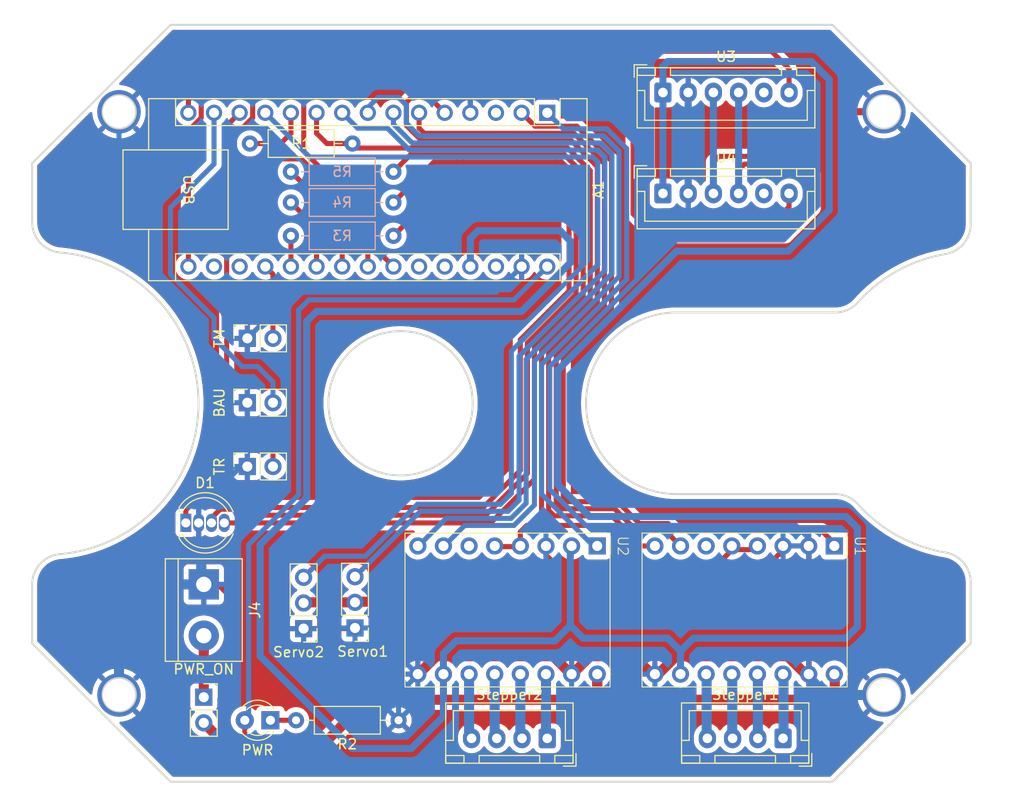
<source format=kicad_pcb>
(kicad_pcb (version 20241229) (generator "pcbnew") (generator_version "9.0")
  (title_block (title "Board_PAMI") (date "23/03/2025") (rev "V2"))
  (layers (0 "F.Cu" signal) (2 "B.Cu" signal) (13 "F.Paste" user) (15 "B.Paste" user) (5 "F.SilkS" user "F.Silkscreen") (7 "B.SilkS" user "B.Silkscreen") (1 "F.Mask" user) (3 "B.Mask" user) (25 "Edge.Cuts" user))
  (net 0 "")
  (net 1 "EN_STP_2")
  (net 2 "DIR_2")
  (net 4 "STEP_2")
  (net 5 "VCC")
  (net 6 "PWM_SERVO_2")
  (net 7 "Net-(A1-D8)")
  (net 8 "PWM_SERVO_1")
  (net 9 "SDA")
  (net 11 "SW_TR")
  (net 12 "STEP_1")
  (net 13 "LED_G")
  (net 14 "UART_RX")
  (net 16 "LED_B")
  (net 17 "VM")
  (net 18 "GND")
  (net 21 "LED_R")
  (net 22 "DIR_1")
  (net 23 "EN_STP_1")
  (net 24 "XSHUT_1")
  (net 25 "XSHUT_2")
  (net 26 "SCL")
  (net 27 "SW_TM")
  (net 28 "SW_BAU")
  (net 30 "Net-(D1-BA)")
  (net 31 "Net-(D1-GA)")
  (net 32 "Net-(D1-RA)")
  (net 33 "Net-(D2-K)")
  (net 34 "Net-(J1-Pin_3)")
  (net 35 "Net-(J1-Pin_4)")
  (net 36 "Net-(J1-Pin_1)")
  (net 37 "Net-(J1-Pin_2)")
  (net 38 "Net-(J2-Pin_1)")
  (net 39 "Net-(J2-Pin_3)")
  (net 40 "Net-(J2-Pin_2)")
  (net 41 "Net-(J2-Pin_4)")
  (net 42 "/6V")
  (footprint "Connector_JST:JST_XH_B6B-XH-A_1x06_P2.50mm_Vertical" (layer "F.Cu") (at 172.5 62)
    (property "Reference" "U3")
    (property "Value" "VL53L0XV2")
  )
  (footprint "Connector_PinSocket_2.54mm:PinSocket_1x02_P2.54mm_Vertical" (layer "F.Cu") (at 131.318 92.738 90)
    (property "Reference" "BAU")
    (property "Value" "SW_BAU")
  )
  (footprint "TerminalBlock:TerminalBlock_bornier-2_P5.08mm" (layer "F.Cu") (at 127 110.744 -90)
    (property "Reference" "J4")
    (property "Value" "ALIM")
  )
  (footprint "Connector_PinSocket_2.54mm:PinSocket_1x02_P2.54mm_Vertical" (layer "F.Cu") (at 127 121.92)
    (property "Reference" "PWR_ON")
    (property "Value" "PW_ON")
  )
  (footprint "Connector_PinSocket_2.54mm:PinSocket_1x02_P2.54mm_Vertical" (layer "F.Cu") (at 131.318 86.36 90)
    (property "Reference" "TM")
    (property "Value" "SW_TEAM")
  )
  (footprint "TMC2209:TMC2209" (layer "F.Cu") (at 189.484 106.934 -90)
    (property "Reference" "U1")
    (property "Value" "TMC2209")
  )
  (footprint "LED_RGB_5mm:LED_D5.0mm-4_RGB_HOME" (layer "F.Cu") (at 125.222 104.648)
    (property "Reference" "D1")
    (property "Value" "LED_BGKR")
  )
  (footprint "Connector_JST:JST_XH_B4B-XH-A_1x04_P2.50mm_Vertical" (layer "F.Cu") (at 161.036 126 180)
    (property "Reference" "Stepper2")
    (property "Value" "STEPPER_2")
  )
  (footprint "Resistor_THT:R_Axial_DIN0207_L6.3mm_D2.5mm_P10.16mm_Horizontal" (layer "F.Cu") (at 141.732 67.056 180)
    (property "Reference" "R1")
    (property "Value" "1K")
  )
  (footprint "LED_THT:LED_D3.0mm" (layer "F.Cu") (at 133.604 124.206 180)
    (property "Reference" "PWR")
    (property "Value" "LED_PWR")
  )
  (footprint "Connector_JST:JST_XH_B4B-XH-A_1x04_P2.50mm_Vertical" (layer "F.Cu") (at 184.404 126 180)
    (property "Reference" "Stepper1")
    (property "Value" "STEPPER_1")
  )
  (footprint "TMC2209:TMC2209" (layer "F.Cu") (at 165.99 106.934 -90)
    (property "Reference" "U2")
    (property "Value" "TMC2209")
  )
  (footprint "Connector_PinHeader_2.54mm:PinHeader_1x03_P2.54mm_Vertical" (layer "F.Cu") (at 141.986 115.062 180)
    (property "Reference" "Servo1")
    (property "Value" "SERVO_1")
  )
  (footprint "hole_custompretty:MountingHole_3.2mm_M3_DIN965_Pad_home" (layer "F.Cu") (at 118.6 63.91)
    (property "Reference" "H1" (hide yes))
    (property "Value" "MountingHole_Pad")
  )
  (footprint "hole_custompretty:MountingHole_3.2mm_M3_DIN965_Pad_home" (layer "F.Cu") (at 194.4 121.7)
    (property "Reference" "H3" (hide yes))
    (property "Value" "MountingHole_Pad")
  )
  (footprint "Connector_PinHeader_2.54mm:PinHeader_1x03_P2.54mm_Vertical" (layer "F.Cu") (at 136.892 115.124 180)
    (property "Reference" "Servo2")
    (property "Value" "SERVO_2")
  )
  (footprint "Connector_PinSocket_2.54mm:PinSocket_1x02_P2.54mm_Vertical" (layer "F.Cu") (at 131.318 99.06 90)
    (property "Reference" "TR")
    (property "Value" "SW_TIRETTE")
  )
  (footprint "Resistor_THT:R_Axial_DIN0207_L6.3mm_D2.5mm_P10.16mm_Horizontal" (layer "F.Cu") (at 146.304 124.206 180)
    (property "Reference" "R2")
    (property "Value" "220R")
  )
  (footprint "hole_custompretty:MountingHole_3.2mm_M3_DIN965_Pad_home" (layer "F.Cu") (at 118.6 121.7)
    (property "Reference" "H2" (hide yes))
    (property "Value" "MountingHole_Pad")
  )
  (footprint "Connector_JST:JST_XH_B6B-XH-A_1x06_P2.50mm_Vertical" (layer "F.Cu") (at 172.5 72)
    (property "Reference" "U4")
    (property "Value" "VL53L0XV2")
  )
  (footprint "Module:Arduino_Nano" (layer "F.Cu") (at 161.036 64.008 -90)
    (property "Reference" "A1")
    (property "Value" "Arduino_Nano_v3.x")
  )
  (footprint "hole_custompretty:MountingHole_3.2mm_M3_DIN965_Pad_home" (layer "F.Cu") (at 194.4 63.9)
    (property "Reference" "H4" (hide yes))
    (property "Value" "MountingHole_Pad")
  )
  (footprint "Resistor_THT:R_Axial_DIN0207_L6.3mm_D2.5mm_P10.16mm_Horizontal" (layer "B.Cu") (at 145.796 72.898 180)
    (property "Reference" "R4")
    (property "Value" "220R")
  )
  (footprint "Resistor_THT:R_Axial_DIN0207_L6.3mm_D2.5mm_P10.16mm_Horizontal" (layer "B.Cu") (at 145.796 76.2 180)
    (property "Reference" "R3")
    (property "Value" "220R")
  )
  (footprint "Resistor_THT:R_Axial_DIN0207_L6.3mm_D2.5mm_P10.16mm_Horizontal" (layer "B.Cu") (at 145.796 69.85 180)
    (property "Reference" "R5")
    (property "Value" "220R")
  )
  (gr_line (start 123.705382 55.294618) (end 110 69) (stroke (width 0.2)) (layer "Edge.Cuts"))
  (gr_arc (start 112.746528 77.848254) (mid 110.790881 76.888708) (end 110 74.85898) (stroke (width 0.2)) (layer "Edge.Cuts"))
  (gr_line (start 110 110.730256) (end 110 116.589236) (stroke (width 0.2)) (layer "Edge.Cuts"))
  (gr_arc (start 200.5 107.584817) (mid 195.752626 105.927613) (end 191.819659 102.794617) (stroke (width 0.2)) (layer "Edge.Cuts"))
  (gr_circle (center 194.379542 121.67416) (end 196.029542 121.67416) (stroke (width 0.2)) (fill no) (layer "Edge.Cuts"))
  (gr_circle (center 118.620458 63.915076) (end 120.270458 63.915076) (stroke (width 0.2)) (fill no) (layer "Edge.Cuts"))
  (gr_line (start 110 69) (end 110 74.85898) (stroke (width 0.2)) (layer "Edge.Cuts"))
  (gr_circle (center 118.620458 121.67416) (end 120.270458 121.67416) (stroke (width 0.2)) (fill no) (layer "Edge.Cuts"))
  (gr_line (start 189.294618 55.294618) (end 123.705382 55.294618) (stroke (width 0.2)) (layer "Edge.Cuts"))
  (gr_circle (center 194.379542 63.915076) (end 196.029542 63.915076) (stroke (width 0.2)) (fill no) (layer "Edge.Cuts"))
  (gr_circle (center 146.5 92.794618) (end 153.65 92.794618) (stroke (width 0.2)) (fill no) (layer "Edge.Cuts"))
  (gr_line (start 123.705382 130.294618) (end 189.294618 130.294618) (stroke (width 0.2)) (layer "Edge.Cuts"))
  (gr_line (start 203 116.589236) (end 203 110.542857) (stroke (width 0.2)) (layer "Edge.Cuts"))
  (gr_arc (start 189.5836 101.794616) (mid 190.808338 102.056) (end 191.819659 102.794617) (stroke (width 0.2)) (layer "Edge.Cuts"))
  (gr_arc (start 203 75.046448) (mid 202.291303 76.982892) (end 200.5 78.004419) (stroke (width 0.2)) (layer "Edge.Cuts"))
  (gr_arc (start 191.819661 82.794617) (mid 190.808338 83.533227) (end 189.583594 83.794616) (stroke (width 0.2)) (layer "Edge.Cuts"))
  (gr_line (start 173.880359 83.794618) (end 189.583594 83.794616) (stroke (width 0.2)) (layer "Edge.Cuts"))
  (gr_arc (start 200.5 107.584817) (mid 202.291288 108.606365) (end 203 110.542857) (stroke (width 0.2)) (layer "Edge.Cuts"))
  (gr_arc (start 110 110.730256) (mid 110.790881 108.700528) (end 112.746528 107.740982) (stroke (width 0.2)) (layer "Edge.Cuts"))
  (gr_arc (start 112.746528 77.848254) (mid 126.479169 92.794618) (end 112.746528 107.740982) (stroke (width 0.2)) (layer "Edge.Cuts"))
  (gr_line (start 189.294618 130.294618) (end 203 116.589236) (stroke (width 0.2)) (layer "Edge.Cuts"))
  (gr_line (start 203 75.046448) (end 203 69) (stroke (width 0.2)) (layer "Edge.Cuts"))
  (gr_line (start 189.5836 101.794616) (end 173.880361 101.794618) (stroke (width 0.2)) (layer "Edge.Cuts"))
  (gr_arc (start 173.880361 101.794618) (mid 164.88036 92.794619) (end 173.880359 83.794618) (stroke (width 0.2)) (layer "Edge.Cuts"))
  (gr_line (start 203 69) (end 189.294618 55.294618) (stroke (width 0.2)) (layer "Edge.Cuts"))
  (gr_arc (start 191.819661 82.794617) (mid 195.752627 79.661622) (end 200.5 78.004419) (stroke (width 0.2)) (layer "Edge.Cuts"))
  (gr_line (start 110 116.589236) (end 123.705382 130.294618) (stroke (width 0.2)) (layer "Edge.Cuts"))
  (segment (start 162.621 65.593) (end 161.036 64.008) (width 0.5) (layer "B.Cu") (net 1))
  (segment (start 167.005 65.659) (end 166.980364 65.659) (width 0.5) (layer "B.Cu") (net 1))
  (segment (start 165.546 106.872) (end 160.467 101.793) (width 0.5) (layer "B.Cu") (net 1))
  (segment (start 166.914364 65.593) (end 166.333636 65.593) (width 0.5) (layer "B.Cu") (net 1))
  (segment (start 165.862 106.872) (end 165.546 106.872) (width 0.5) (layer "B.Cu") (net 1))
  (segment (start 168.91 80.518) (end 168.91 67.564) (width 0.5) (layer "B.Cu") (net 1))
  (segment (start 166.980364 65.659) (end 166.914364 65.593) (width 0.5) (layer "B.Cu") (net 1))
  (segment (start 160.467 88.961) (end 168.91 80.518) (width 0.5) (layer "B.Cu") (net 1))
  (segment (start 168.91 67.564) (end 167.005 65.659) (width 0.5) (layer "B.Cu") (net 1))
  (segment (start 160.467 101.793) (end 160.467 88.961) (width 0.5) (layer "B.Cu") (net 1))
  (segment (start 166.333636 65.593) (end 162.621 65.593) (width 0.5) (layer "B.Cu") (net 1))
  (segment (start 165.99 107) (end 165.862 106.872) (width 0.5) (layer "B.Cu") (net 1))
  (segment (start 159.065 88.331) (end 158.943 88.453) (width 0.5) (layer "B.Cu") (net 2))
  (segment (start 145.796 64.008) (end 145.796 65.13937) (width 0.5) (layer "B.Cu") (net 2))
  (segment (start 148.045636 66.995) (end 148.626364 66.995) (width 0.5) (layer "B.Cu") (net 2))
  (segment (start 167.447 68.108364) (end 167.447 79.949) (width 0.5) (layer "B.Cu") (net 2))
  (segment (start 145.796 65.13937) (end 147.65163 66.995) (width 0.5) (layer "B.Cu") (net 2))
  (segment (start 159.475636 87.920364) (end 159.065 88.331) (width 0.5) (layer "B.Cu") (net 2))
  (segment (start 167.447 79.949) (end 159.475636 87.920364) (width 0.5) (layer "B.Cu") (net 2))
  (segment (start 157.442456 104.201) (end 153.138364 104.201) (width 0.5) (layer "B.Cu") (net 2))
  (segment (start 148.626364 66.995) (end 166.333636 66.995) (width 0.5) (layer "B.Cu") (net 2))
  (segment (start 158.943 102.700456) (end 157.442456 104.201) (width 0.5) (layer "B.Cu") (net 2))
  (segment (start 151.009 104.201) (end 148.21 107) (width 0.5) (layer "B.Cu") (net 2))
  (segment (start 158.943 88.453) (end 158.943 102.700456) (width 0.5) (layer "B.Cu") (net 2))
  (segment (start 153.138364 104.201) (end 152.557636 104.201) (width 0.5) (layer "B.Cu") (net 2))
  (segment (start 147.65163 66.995) (end 148.045636 66.995) (width 0.5) (layer "B.Cu") (net 2))
  (segment (start 152.557636 104.201) (end 151.009 104.201) (width 0.5) (layer "B.Cu") (net 2))
  (segment (start 166.333636 66.995) (end 167.447 68.108364) (width 0.5) (layer "B.Cu") (net 2))
  (segment (start 146.304 62.484) (end 144.272 62.484) (width 0.5) (layer "B.Cu") (net 4))
  (segment (start 147.066 63.246) (end 146.304 62.484) (width 0.5) (layer "B.Cu") (net 4))
  (segment (start 144.272 62.484) (end 143.256 63.5) (width 0.5) (layer "B.Cu") (net 4))
  (segment (start 147.066 65.024) (end 147.066 63.246) (width 0.5) (layer "B.Cu") (net 4))
  (segment (start 148.336 66.294) (end 147.066 65.024) (width 0.5) (layer "B.Cu") (net 4))
  (segment (start 152.848 104.902) (end 157.734 104.902) (width 0.5) (layer "B.Cu") (net 4))
  (segment (start 157.734 104.902) (end 159.766 102.87) (width 0.5) (layer "B.Cu") (net 4))
  (segment (start 143.256 63.5) (end 143.256 64.008) (width 0.5) (layer "B.Cu") (net 4))
  (segment (start 150.75 107) (end 152.848 104.902) (width 0.5) (layer "B.Cu") (net 4))
  (segment (start 159.766 102.87) (end 159.766 88.621364) (width 0.5) (layer "B.Cu") (net 4))
  (segment (start 166.624 66.294) (end 148.336 66.294) (width 0.5) (layer "B.Cu") (net 4))
  (segment (start 168.148 67.818) (end 166.624 66.294) (width 0.5) (layer "B.Cu") (net 4))
  (segment (start 168.148 80.239364) (end 168.148 67.818) (width 0.5) (layer "B.Cu") (net 4))
  (segment (start 159.766 88.621364) (end 168.148 80.239364) (width 0.5) (layer "B.Cu") (net 4))
  (segment (start 163.322 114.808) (end 161.798 116.332) (width 0.7) (layer "B.Cu") (net 5))
  (segment (start 175.514 116.078) (end 190.627 116.078) (width 0.7) (layer "B.Cu") (net 5))
  (segment (start 132.588 117.856) (end 132.588 106.796786) (width 0.7) (layer "B.Cu") (net 5))
  (segment (start 163.322 107.128) (end 163.322 114.808) (width 0.7) (layer "B.Cu") (net 5))
  (segment (start 163.322 78.867) (end 163.322 76.708) (width 0.7) (layer "B.Cu") (net 5))
  (segment (start 164.592 116.078) (end 172.974 116.078) (width 0.7) (layer "B.Cu") (net 5))
  (segment (start 172.974 116.078) (end 174.244 117.348) (width 0.7) (layer "B.Cu") (net 5))
  (segment (start 137.199 84.67) (end 138.176 83.693) (width 0.7) (layer "B.Cu") (net 5))
  (segment (start 191.77 114.935) (end 191.77 105.156) (width 0.7) (layer "B.Cu") (net 5))
  (segment (start 172.974 58.928) (end 172.466 59.436) (width 0.7) (layer "B.Cu") (net 5))
  (segment (start 172.466 59.436) (end 172.5 59.47) (width 0.7) (layer "B.Cu") (net 5))
  (segment (start 162.306 75.692) (end 154.178 75.692) (width 0.7) (layer "B.Cu") (net 5))
  (segment (start 161.798 116.332) (end 152.019 116.332) (width 0.7) (layer "B.Cu") (net 5))
  (segment (start 161.595603 80.599) (end 162.387 79.807603) (width 0.7) (layer "B.Cu") (net 5))
  (segment (start 190.627 116.078) (end 191.77 114.935) (width 0.7) (layer "B.Cu") (net 5))
  (segment (start 172.5 62) (end 172.5 72) (width 0.7) (layer "B.Cu") (net 5))
  (segment (start 161.59 80.599) (end 161.595603 80.599) (width 0.7) (layer "B.Cu") (net 5))
  (segment (start 187.198 58.928) (end 172.974 58.928) (width 0.7) (layer "B.Cu") (net 5))
  (segment (start 163.322 114.808) (end 164.592 116.078) (width 0.7) (layer "B.Cu") (net 5))
  (segment (start 158.496 83.693) (end 161.59 80.599) (width 0.7) (layer "B.Cu") (net 5))
  (segment (start 173.852786 77.724) (end 184.912 77.724) (width 0.7) (layer "B.Cu") (net 5))
  (segment (start 172.5 59.47) (end 172.5 62) (width 0.7) (layer "B.Cu") (net 5))
  (segment (start 152.019 116.332) (end 150.75 117.601) (width 0.7) (layer "B.Cu") (net 5))
  (segment (start 162.091 100.877) (end 162.091 89.485786) (width 0.7) (layer "B.Cu") (net 5))
  (segment (start 153.416 76.454) (end 153.416 79.248) (width 0.7) (layer "B.Cu") (net 5))
  (segment (start 132.588 106.796786) (end 137.199 102.185786) (width 0.7) (layer "B.Cu") (net 5))
  (segment (start 184.912 77.724) (end 188.976 73.66) (width 0.7) (layer "B.Cu") (net 5))
  (segment (start 154.178 75.692) (end 153.416 76.454) (width 0.7) (layer "B.Cu") (net 5))
  (segment (start 174.244 117.348) (end 174.244 119.634) (width 0.7) (layer "B.Cu") (net 5))
  (segment (start 188.976 73.66) (end 188.976 60.706) (width 0.7) (layer "B.Cu") (net 5))
  (segment (start 174.244 117.348) (end 175.514 116.078) (width 0.7) (layer "B.Cu") (net 5))
  (segment (start 137.199 102.185786) (end 137.199 84.67) (width 0.7) (layer "B.Cu") (net 5))
  (segment (start 147.574 127) (end 141.732 127) (width 0.7) (layer "B.Cu") (net 5))
  (segment (start 162.387 79.802) (end 163.322 78.867) (width 0.7) (layer "B.Cu") (net 5))
  (segment (start 165.227 104.013) (end 162.091 100.877) (width 0.7) (layer "B.Cu") (net 5))
  (segment (start 188.976 60.706) (end 187.198 58.928) (width 0.7) (layer "B.Cu") (net 5))
  (segment (start 162.091 89.485786) (end 173.852786 77.724) (width 0.7) (layer "B.Cu") (net 5))
  (segment (start 163.322 76.708) (end 162.306 75.692) (width 0.7) (layer "B.Cu") (net 5))
  (segment (start 141.732 127) (end 132.588 117.856) (width 0.7) (layer "B.Cu") (net 5))
  (segment (start 150.75 123.824) (end 147.574 127) (width 0.7) (layer "B.Cu") (net 5))
  (segment (start 191.77 105.156) (end 190.627 104.013) (width 0.7) (layer "B.Cu") (net 5))
  (segment (start 150.75 117.601) (end 150.75 123.824) (width 0.7) (layer "B.Cu") (net 5))
  (segment (start 138.176 83.693) (end 158.496 83.693) (width 0.7) (layer "B.Cu") (net 5))
  (segment (start 162.387 79.807603) (end 162.387 79.802) (width 0.7) (layer "B.Cu") (net 5))
  (segment (start 190.627 104.013) (end 165.227 104.013) (width 0.7) (layer "B.Cu") (net 5))
  (segment (start 163.45 107) (end 163.322 107.128) (width 0.7) (layer "B.Cu") (net 5))
  (segment (start 157.48 101.727) (end 156.408 102.799) (width 0.5) (layer "B.Cu") (net 6))
  (segment (start 156.408 102.799) (end 148.177636 102.799) (width 0.5) (layer "B.Cu") (net 6))
  (segment (start 133.096 64.008) (end 137.485 68.397) (width 0.5) (layer "B.Cu") (net 6))
  (segment (start 138.986 107.95) (end 136.892 110.044) (width 0.5) (layer "B.Cu") (net 6))
  (segment (start 148.177636 102.799) (end 143.026636 107.95) (width 0.5) (layer "B.Cu") (net 6))
  (segment (start 166.045 68.89) (end 166.045 79.065) (width 0.5) (layer "B.Cu") (net 6))
  (segment (start 165.552 68.397) (end 166.045 68.89) (width 0.5) (layer "B.Cu") (net 6))
  (segment (start 166.045 79.065) (end 157.48 87.63) (width 0.5) (layer "B.Cu") (net 6))
  (segment (start 143.026636 107.95) (end 138.986 107.95) (width 0.5) (layer "B.Cu") (net 6))
  (segment (start 157.48 87.63) (end 157.48 101.727) (width 0.5) (layer "B.Cu") (net 6))
  (segment (start 137.485 68.397) (end 165.552 68.397) (width 0.5) (layer "B.Cu") (net 6))
  (segment (start 134.62 67.056) (end 135.636 66.04) (width 0.5) (layer "F.Cu") (net 7))
  (segment (start 131.572 67.056) (end 134.62 67.056) (width 0.5) (layer "F.Cu") (net 7))
  (segment (start 135.636 66.04) (end 135.636 64.008) (width 0.5) (layer "F.Cu") (net 7))
  (segment (start 166.043272 67.696) (end 148.916728 67.696) (width 0.5) (layer "B.Cu") (net 8))
  (segment (start 158.242 88.138) (end 166.746 79.634) (width 0.5) (layer "B.Cu") (net 8))
  (segment (start 148.336 67.696) (end 147.941994 67.696) (width 0.5) (layer "B.Cu") (net 8))
  (segment (start 141.986 109.982) (end 148.468 103.5) (width 0.5) (layer "B.Cu") (net 8))
  (segment (start 152.848 103.5) (end 153.428728 103.5) (width 0.5) (layer "B.Cu") (net 8))
  (segment (start 150.718636 103.5) (end 151.299364 103.5) (width 0.5) (layer "B.Cu") (net 8))
  (segment (start 145.505636 65.84037) (end 145.197266 65.532) (width 0.5) (layer "B.Cu") (net 8))
  (segment (start 152.267272 103.5) (end 152.848 103.5) (width 0.5) (layer "B.Cu") (net 8))
  (segment (start 147.755272 67.696) (end 147.361266 67.696) (width 0.5) (layer "B.Cu") (net 8))
  (segment (start 157.152092 103.5) (end 158.242 102.410092) (width 0.5) (layer "B.Cu") (net 8))
  (segment (start 148.468 103.5) (end 150.718636 103.5) (width 0.5) (layer "B.Cu") (net 8))
  (segment (start 158.242 102.410092) (end 158.242 88.743364) (width 0.5) (layer "B.Cu") (net 8))
  (segment (start 158.242 88.743364) (end 158.242 88.162636) (width 0.5) (layer "B.Cu") (net 8))
  (segment (start 153.428728 103.5) (end 157.152092 103.5) (width 0.5) (layer "B.Cu") (net 8))
  (segment (start 147.361266 67.696) (end 146.95063 67.285364) (width 0.5) (layer "B.Cu") (net 8))
  (segment (start 151.299364 103.5) (end 152.267272 103.5) (width 0.5) (layer "B.Cu") (net 8))
  (segment (start 146.95063 67.285364) (end 145.505636 65.84037) (width 0.5) (layer "B.Cu") (net 8))
  (segment (start 142.24 65.532) (end 140.716 64.008) (width 0.5) (layer "B.Cu") (net 8))
  (segment (start 158.242 88.162636) (end 158.242 88.138) (width 0.5) (layer "B.Cu") (net 8))
  (segment (start 166.746 68.398728) (end 166.043272 67.696) (width 0.5) (layer "B.Cu") (net 8))
  (segment (start 145.197266 65.532) (end 142.24 65.532) (width 0.5) (layer "B.Cu") (net 8))
  (segment (start 166.746 79.634) (end 166.746 68.398728) (width 0.5) (layer "B.Cu") (net 8))
  (segment (start 147.941994 67.696) (end 147.755272 67.696) (width 0.5) (layer "B.Cu") (net 8))
  (segment (start 148.916728 67.696) (end 148.336 67.696) (width 0.5) (layer "B.Cu") (net 8))
  (segment (start 186.69 73.152) (end 186.69 70.358) (width 0.5) (layer "F.Cu") (net 9))
  (segment (start 130.048 66.294) (end 131.845 64.497) (width 0.5) (layer "F.Cu") (net 9))
  (segment (start 130.048 68.072) (end 130.048 66.294) (width 0.5) (layer "F.Cu") (net 9))
  (segment (start 136.652 68.58) (end 130.556 68.58) (width 0.5) (layer "F.Cu") (net 9))
  (segment (start 180 69.682) (end 180 72) (width 0.5) (layer "F.Cu") (net 9))
  (segment (start 143.256 79.248) (end 143.256 75.184) (width 0.5) (layer "F.Cu") (net 9))
  (segment (start 186.69 70.358) (end 185.42 69.088) (width 0.5) (layer "F.Cu") (net 9))
  (segment (start 170.241 60.005) (end 170.241 73.696364) (width 0.5) (layer "F.Cu") (net 9))
  (segment (start 135.382 58.674) (end 168.91 58.674) (width 0.5) (layer "F.Cu") (net 9))
  (segment (start 170.307 73.787) (end 171.958 75.438) (width 0.5) (layer "F.Cu") (net 9))
  (segment (start 185.42 69.088) (end 180.594 69.088) (width 0.5) (layer "F.Cu") (net 9))
  (segment (start 131.845 62.211) (end 135.382 58.674) (width 0.5) (layer "F.Cu") (net 9))
  (segment (start 184.404 75.438) (end 186.69 73.152) (width 0.5) (layer "F.Cu") (net 9))
  (segment (start 170.241 73.696364) (end 170.307 73.762364) (width 0.5) (layer "F.Cu") (net 9))
  (segment (start 168.91 58.674) (end 170.241 60.005) (width 0.5) (layer "F.Cu") (net 9))
  (segment (start 171.958 75.438) (end 184.404 75.438) (width 0.5) (layer "F.Cu") (net 9))
  (segment (start 143.256 75.184) (end 136.652 68.58) (width 0.5) (layer "F.Cu") (net 9))
  (segment (start 180.594 69.088) (end 180 69.682) (width 0.5) (layer "F.Cu") (net 9))
  (segment (start 130.556 68.58) (end 130.048 68.072) (width 0.5) (layer "F.Cu") (net 9))
  (segment (start 131.845 64.497) (end 131.845 62.211) (width 0.5) (layer "F.Cu") (net 9))
  (segment (start 170.307 73.762364) (end 170.307 73.787) (width 0.5) (layer "F.Cu") (net 9))
  (segment (start 180 62) (end 180 72) (width 0.7) (layer "B.Cu") (net 9))
  (segment (start 130.556 64.008) (end 129.267 65.297) (width 0.5) (layer "F.Cu") (net 11))
  (segment (start 130.81 96.52) (end 132.842 96.52) (width 0.5) (layer "F.Cu") (net 11))
  (segment (start 132.842 96.52) (end 133.858 97.536) (width 0.5) (layer "F.Cu") (net 11))
  (segment (start 129.267 65.297) (end 129.267 94.977) (width 0.5) (layer "F.Cu") (net 11))
  (segment (start 129.267 94.977) (end 130.81 96.52) (width 0.5) (layer "F.Cu") (net 11))
  (segment (start 133.858 97.536) (end 133.858 99.06) (width 0.5) (layer "F.Cu") (net 11))
  (segment (start 162.555 103.246) (end 167.712728 103.246) (width 0.5) (layer "F.Cu") (net 12))
  (segment (start 166.7 83.137456) (end 161.925 87.912456) (width 0.5) (layer "F.Cu") (net 12))
  (segment (start 163.739364 66.101) (end 166.7 69.061636) (width 0.5) (layer "F.Cu") (net 12))
  (segment (start 172.72 105.41) (end 174.244 106.934) (width 0.5) (layer "F.Cu") (net 12))
  (segment (start 163.576 66.04) (end 163.637 66.101) (width 0.5) (layer "F.Cu") (net 12))
  (segment (start 166.7 69.061636) (end 166.7 83.137456) (width 0.5) (layer "F.Cu") (net 12))
  (segment (start 148.844 66.04) (end 163.576 66.04) (width 0.5) (layer "F.Cu") (net 12))
  (segment (start 174.29 107.3) (end 174.29 107.234) (width 0.5) (layer "F.Cu") (net 12))
  (segment (start 161.925 102.616) (end 162.555 103.246) (width 0.5) (layer "F.Cu") (net 12))
  (segment (start 169.876728 105.41) (end 172.72 105.41) (width 0.5) (layer "F.Cu") (net 12))
  (segment (start 167.712728 103.246) (end 169.876728 105.41) (width 0.5) (layer "F.Cu") (net 12))
  (segment (start 163.637 66.101) (end 163.739364 66.101) (width 0.5) (layer "F.Cu") (net 12))
  (segment (start 148.336 65.532) (end 148.844 66.04) (width 0.5) (layer "F.Cu") (net 12))
  (segment (start 161.925 87.912456) (end 161.925 102.616) (width 0.5) (layer "F.Cu") (net 12))
  (segment (start 148.336 64.008) (end 148.336 65.532) (width 0.5) (layer "F.Cu") (net 12))
  (segment (start 138.176 75.438) (end 138.176 79.248) (width 0.5) (layer "F.Cu") (net 13))
  (segment (start 135.636 72.898) (end 138.176 75.438) (width 0.5) (layer "F.Cu") (net 13))
  (segment (start 168.148 105.664) (end 167.386 104.902) (width 0.5) (layer "F.Cu") (net 14))
  (segment (start 179.37 107.3) (end 178.069 108.601) (width 0.5) (layer "F.Cu") (net 14))
  (segment (start 160.472 104.14) (end 160.472 87.382728) (width 0.5) (layer "F.Cu") (net 14))
  (segment (start 181.91 107.3) (end 179.37 107.3) (width 0.5) (layer "F.Cu") (net 14))
  (segment (start 159.766 104.902) (end 159.004 104.902) (width 0.5) (layer "F.Cu") (net 14))
  (segment (start 178.069 108.601) (end 169.561 108.601) (width 0.5) (layer "F.Cu") (net 14))
  (segment (start 138.176 66.04) (end 138.176 64.008) (width 0.5) (layer "F.Cu") (net 14))
  (segment (start 167.386 104.902) (end 161.234 104.902) (width 0.5) (layer "F.Cu") (net 14))
  (segment (start 142.179 67.503) (end 141.732 67.056) (width 0.5) (layer "F.Cu") (net 14))
  (segment (start 163.060092 67.503) (end 142.179 67.503) (width 0.5) (layer "F.Cu") (net 14))
  (segment (start 158.369 105.537) (end 158.369 106.933) (width 0.5) (layer "F.Cu") (net 14))
  (segment (start 141.732 67.056) (end 139.192 67.056) (width 0.5) (layer "F.Cu") (net 14))
  (segment (start 160.472 104.196) (end 159.766 104.902) (width 0.5) (layer "F.Cu") (net 14))
  (segment (start 168.148 107.188) (end 168.148 105.664) (width 0.5) (layer "F.Cu") (net 14))
  (segment (start 169.561 108.601) (end 168.148 107.188) (width 0.5) (layer "F.Cu") (net 14))
  (segment (start 160.472 104.14) (end 160.472 104.196) (width 0.5) (layer "F.Cu") (net 14))
  (segment (start 160.472 87.382728) (end 165.298 82.556728) (width 0.5) (layer "F.Cu") (net 14))
  (segment (start 139.192 67.056) (end 138.176 66.04) (width 0.5) (layer "F.Cu") (net 14))
  (segment (start 155.83 107) (end 158.43 107) (width 0.5) (layer "F.Cu") (net 14))
  (segment (start 165.298 82.556728) (end 165.298 69.740908) (width 0.5) (layer "F.Cu") (net 14))
  (segment (start 161.234 104.902) (end 160.472 104.14) (width 0.5) (layer "F.Cu") (net 14))
  (segment (start 159.004 104.902) (end 158.369 105.537) (width 0.5) (layer "F.Cu") (net 14))
  (segment (start 165.298 69.740908) (end 163.060092 67.503) (width 0.5) (layer "F.Cu") (net 14))
  (segment (start 158.369 106.933) (end 158.37 106.934) (width 0.5) (layer "F.Cu") (net 14))
  (segment (start 135.636 69.85) (end 140.716 74.93) (width 0.5) (layer "F.Cu") (net 16))
  (segment (start 140.716 74.93) (end 140.716 79.248) (width 0.5) (layer "F.Cu") (net 16))
  (segment (start 131.064 124.206) (end 131.064 127.508) (width 0.5) (layer "F.Cu") (net 17))
  (segment (start 137.922 127.508) (end 143.256 122.174) (width 1) (layer "F.Cu") (net 17))
  (segment (start 141.986 112.522) (end 136.954 112.522) (width 1) (layer "F.Cu") (net 17))
  (segment (start 145.034 122.174) (end 164.846 122.174) (width 1) (layer "F.Cu") (net 17))
  (segment (start 127 124.46) (end 130.048 127.508) (width 1) (layer "F.Cu") (net 17))
  (segment (start 130.048 127.508) (end 131.064 127.508) (width 1) (layer "F.Cu") (net 17))
  (segment (start 142 112.46) (end 144.972 112.46) (width 1) (layer "F.Cu") (net 17))
  (segment (start 167.132 122.174) (end 188.722 122.174) (width 1) (layer "F.Cu") (net 17))
  (segment (start 165.99 121.032) (end 167.132 122.174) (width 1) (layer "F.Cu") (net 17))
  (segment (start 145.288 121.92) (end 145.034 122.174) (width 1) (layer "F.Cu") (net 17))
  (segment (start 145.288 112.776) (end 145.288 121.92) (width 1) (layer "F.Cu") (net 17))
  (segment (start 188.722 122.174) (end 189.53 121.366) (width 1) (layer "F.Cu") (net 17))
  (segment (start 165.99 119.7) (end 165.99 121.032) (width 1) (layer "F.Cu") (net 17))
  (segment (start 164.846 122.174) (end 165.99 121.03) (width 1) (layer "F.Cu") (net 17))
  (segment (start 143.256 122.174) (end 145.034 122.174) (width 1) (layer "F.Cu") (net 17))
  (segment (start 136.954 112.522) (end 136.892 112.584) (width 1) (layer "F.Cu") (net 17))
  (segment (start 189.53 121.366) (end 189.53 120) (width 1) (layer "F.Cu") (net 17))
  (segment (start 165.99 121.03) (end 165.99 119.7) (width 1) (layer "F.Cu") (net 17))
  (segment (start 131.064 127.508) (end 137.922 127.508) (width 1) (layer "F.Cu") (net 17))
  (segment (start 144.972 112.46) (end 145.288 112.776) (width 1) (layer "F.Cu") (net 17))
  (segment (start 137.414 82.55) (end 136.398 83.566) (width 0.5) (layer "B.Cu") (net 17))
  (segment (start 157.734 82.55) (end 137.414 82.55) (width 0.5) (layer "B.Cu") (net 17))
  (segment (start 136.398 83.566) (end 136.398 101.854) (width 0.5) (layer "B.Cu") (net 17))
  (segment (start 136.398 101.854) (end 131.445 106.807) (width 0.5) (layer "B.Cu") (net 17))
  (segment (start 131.445 106.807) (end 131.445 123.825) (width 0.5) (layer "B.Cu") (net 17))
  (segment (start 161.036 79.248) (end 157.734 82.55) (width 0.5) (layer "B.Cu") (net 17))
  (segment (start 131.445 123.825) (end 131.064 124.206) (width 0.5) (layer "B.Cu") (net 17))
  (segment (start 169.606 117.856) (end 171.7105 119.9605) (width 1) (layer "F.Cu") (net 18))
  (segment (start 162.56 109.474) (end 160.91 107.824) (width 0.5) (layer "F.Cu") (net 18))
  (segment (start 128.4 110.744) (end 127 110.744) (width 0.5) (layer "F.Cu") (net 18))
  (segment (start 163.45 119.7) (end 165.294 117.856) (width 1) (layer "F.Cu") (net 18))
  (segment (start 161.606 117.856) (end 163.45 119.7) (width 1) (layer "F.Cu") (net 18))
  (segment (start 184.45 107.3) (end 182.276 109.474) (width 0.5) (layer "F.Cu") (net 18))
  (segment (start 182.276 109.474) (end 162.56 109.474) (width 0.5) (layer "F.Cu") (net 18))
  (segment (start 131.318 86.36) (end 131.318 92.738) (width 0.5) (layer "F.Cu") (net 18))
  (segment (start 184.846 117.856) (end 186.99 120) (width 1) (layer "F.Cu") (net 18))
  (segment (start 136.892 115.124) (end 136.7 115.316) (width 0.5) (layer "F.Cu") (net 18))
  (segment (start 136.892 115.124) (end 141.924 115.124) (width 0.5) (layer "F.Cu") (net 18))
  (segment (start 165.294 117.856) (end 169.606 117.856) (width 1) (layer "F.Cu") (net 18))
  (segment (start 132.78 115.124) (end 128.4 110.744) (width 0.5) (layer "F.Cu") (net 18))
  (segment (start 173.815 117.856) (end 184.846 117.856) (width 1) (layer "F.Cu") (net 18))
  (segment (start 171.7105 119.9605) (end 173.815 117.856) (width 1) (layer "F.Cu") (net 18))
  (segment (start 141.924 115.124) (end 141.986 115.062) (width 0.5) (layer "F.Cu") (net 18))
  (segment (start 136.892 115.124) (end 132.78 115.124) (width 0.5) (layer "F.Cu") (net 18))
  (segment (start 148.21 119.7) (end 150.054 117.856) (width 1) (layer "F.Cu") (net 18))
  (segment (start 160.91 107.824) (end 160.91 107) (width 0.5) (layer "F.Cu") (net 18))
  (segment (start 150.054 117.856) (end 161.606 117.856) (width 1) (layer "F.Cu") (net 18))
  (segment (start 194.4 63.9) (end 177.4 63.9) (width 0.7) (layer "F.Cu") (net 18))
  (segment (start 177.4 63.9) (end 175 66.3) (width 0.7) (layer "F.Cu") (net 18))
  (segment (start 186.99 107.3) (end 186.99 120) (width 0.5) (layer "F.Cu") (net 18))
  (segment (start 175 66.3) (end 175 72) (width 0.7) (layer "F.Cu") (net 18))
  (segment (start 126.492 110.236) (end 127 110.744) (width 0.5) (layer "B.Cu") (net 18))
  (segment (start 184.404 106.934) (end 186.944 106.934) (width 0.5) (layer "B.Cu") (net 18))
  (segment (start 131.318 92.738) (end 131.318 91.186) (width 0.5) (layer "B.Cu") (net 18))
  (segment (start 146.304 124.206) (end 146.304 121.606) (width 0.5) (layer "B.Cu") (net 18))
  (segment (start 186.944 106.934) (end 186.944 105.852) (width 0.5) (layer "B.Cu") (net 18))
  (segment (start 119.634 110.744) (end 127 110.744) (width 1) (layer "B.Cu") (net 18))
  (segment (start 186.99 106.218) (end 185.674 104.902) (width 0.5) (layer "B.Cu") (net 18))
  (segment (start 146.874 118.364) (end 142.494 118.364) (width 0.5) (layer "B.Cu") (net 18))
  (segment (start 127.254 87.122) (end 127.254 84.557364) (width 0.5) (layer "B.Cu") (net 18))
  (segment (start 160.91 113.918) (end 159.766 115.062) (width 0.5) (layer "B.Cu") (net 18))
  (segment (start 127.254 84.557364) (end 118.6 75.903364) (width 0.5) (layer "B.Cu") (net 18))
  (segment (start 146.304 121.606) (end 148.21 119.7) (width 0.5) (layer "B.Cu") (net 18))
  (segment (start 159.766 115.062) (end 141.986 115.062) (width 0.5) (layer "B.Cu") (net 18))
  (segment (start 130.68 99.06) (end 131.318 99.06) (width 0.5) (layer "B.Cu") (net 18))
  (segment (start 153.416 64.008) (end 153.416 62.738) (width 0.5) (layer "B.Cu") (net 18))
  (segment (start 118.6 75.903364) (end 118.6 63.91) (width 0.5) (layer "B.Cu") (net 18))
  (segment (start 118.6 111.778) (end 119.634 110.744) (width 1) (layer "B.Cu") (net 18))
  (segment (start 126.492 103.248) (end 130.68 99.06) (width 0.5) (layer "B.Cu") (net 18))
  (segment (start 161.29 89.154) (end 175 75.444) (width 0.5) (layer "B.Cu") (net 18))
  (segment (start 131.318 86.36) (end 135.89 81.788) (width 0.5) (layer "B.Cu") (net 18))
  (segment (start 155.956 81.788) (end 158.496 79.248) (width 0.5) (layer "B.Cu") (net 18))
  (segment (start 175 75.444) (end 175 72) (width 0.5) (layer "B.Cu") (net 18))
  (segment (start 142.494 118.364) (end 141.986 117.856) (width 0.5) (layer "B.Cu") (net 18))
  (segment (start 186.99 120) (end 188.69 121.7) (width 1) (layer "B.Cu") (net 18))
  (segment (start 148.21 119.7) (end 146.874 118.364) (width 0.5) (layer "B.Cu") (net 18))
  (segment (start 185.674 104.902) (end 164.846 104.902) (width 0.5) (layer "B.Cu") (net 18))
  (segment (start 152.019 61.341) (end 121.169 61.341) (width 0.5) (layer "B.Cu") (net 18))
  (segment (start 160.91 107) (end 160.91 113.918) (width 0.5) (layer "B.Cu") (net 18))
  (segment (start 153.416 62.738) (end 152.019 61.341) (width 0.5) (layer "B.Cu") (net 18))
  (segment (start 126.492 104.648) (end 126.492 103.248) (width 0.5) (layer "B.Cu") (net 18))
  (segment (start 126.492 104.648) (end 126.492 110.236) (width 0.5) (layer "B.Cu") (net 18))
  (segment (start 131.318 91.186) (end 127.254 87.122) (width 0.5) (layer "B.Cu") (net 18))
  (segment (start 161.29 101.346) (end 161.29 89.154) (width 0.5) (layer "B.Cu") (net 18))
  (segment (start 188.69 121.7) (end 194.4 121.7) (width 1) (layer "B.Cu") (net 18))
  (segment (start 131.318 99.06) (end 131.318 92.738) (width 0.5) (layer "B.Cu") (net 18))
  (segment (start 118.6 121.7) (end 118.6 111.778) (width 1) (layer "B.Cu") (net 18))
  (segment (start 135.89 81.788) (end 155.956 81.788) (width 0.5) (layer "B.Cu") (net 18))
  (segment (start 121.169 61.341) (end 118.6 63.91) (width 0.5) (layer "B.Cu") (net 18))
  (segment (start 175 62) (end 175 72) (width 0.7) (layer "B.Cu") (net 18))
  (segment (start 164.846 104.902) (end 161.29 101.346) (width 0.5) (layer "B.Cu") (net 18))
  (segment (start 141.986 117.856) (end 141.986 115.062) (width 0.5) (layer "B.Cu") (net 18))
  (segment (start 135.636 76.2) (end 135.636 79.248) (width 0.5) (layer "F.Cu") (net 21))
  (segment (start 161.173 87.673092) (end 165.588364 83.257728) (width 0.5) (layer "F.Cu") (net 22))
  (segment (start 161.173 103.388) (end 161.173 87.673092) (width 0.5) (layer "F.Cu") (net 22))
  (segment (start 165.989 69.440544) (end 165.989 69.342) (width 0.5) (layer "F.Cu") (net 22))
  (segment (start 165.999 82.266364) (end 165.999 70.031272) (width 0.5) (layer "F.Cu") (net 22))
  (segment (start 163.350456 66.802) (end 162.769728 66.802) (width 0.5) (layer "F.Cu") (net 22))
  (segment (start 147.828 62.23) (end 149.098 62.23) (width 0.5) (layer "F.Cu") (net 22))
  (segment (start 167.676364 104.201) (end 167.422364 103.947) (width 0.5) (layer "F.Cu") (net 22))
  (segment (start 162.769728 66.802) (end 148.614636 66.802) (width 0.5) (layer "F.Cu") (net 22))
  (segment (start 147.085 62.973) (end 147.828 62.23) (width 0.5) (layer "F.Cu") (net 22))
  (segment (start 165.989 69.342) (end 163.449 66.802) (width 0.5) (layer "F.Cu") (net 22))
  (segment (start 149.098 62.23) (end 150.876 64.008) (width 0.5) (layer "F.Cu") (net 22))
  (segment (start 148.614636 66.802) (end 147.085 65.272364) (width 0.5) (layer "F.Cu") (net 22))
  (segment (start 163.449 66.802) (end 163.350456 66.802) (width 0.5) (layer "F.Cu") (net 22))
  (segment (start 165.999 82.847092) (end 165.999 82.266364) (width 0.5) (layer "F.Cu") (net 22))
  (segment (start 168.087 104.611636) (end 167.676364 104.201) (width 0.5) (layer "F.Cu") (net 22))
  (segment (start 165.999 70.031272) (end 165.999 69.450544) (width 0.5) (layer "F.Cu") (net 22))
  (segment (start 147.085 65.272364) (end 147.085 62.973) (width 0.5) (layer "F.Cu") (net 22))
  (segment (start 170.409364 106.934) (end 168.849 105.373636) (width 0.5) (layer "F.Cu") (net 22))
  (segment (start 165.989 82.857092) (end 165.999 82.847092) (width 0.5) (layer "F.Cu") (net 22))
  (segment (start 165.999 69.450544) (end 165.989 69.440544) (width 0.5) (layer "F.Cu") (net 22))
  (segment (start 171.704 106.934) (end 170.409364 106.934) (width 0.5) (layer "F.Cu") (net 22))
  (segment (start 167.422364 103.947) (end 161.732 103.947) (width 0.5) (layer "F.Cu") (net 22))
  (segment (start 168.438364 104.963) (end 168.087 104.611636) (width 0.5) (layer "F.Cu") (net 22))
  (segment (start 165.588364 83.257728) (end 165.989 82.857092) (width 0.5) (layer "F.Cu") (net 22))
  (segment (start 168.849 105.373636) (end 168.438364 104.963) (width 0.5) (layer "F.Cu") (net 22))
  (segment (start 161.732 103.947) (end 161.173 103.388) (width 0.5) (layer "F.Cu") (net 22))
  (segment (start 167.422364 102.545) (end 162.997 102.545) (width 0.5) (layer "F.Cu") (net 23))
  (segment (start 167.401 82.847092) (end 167.401 69.352) (width 0.5) (layer "F.Cu") (net 23))
  (segment (start 168.413728 102.955636) (end 168.003092 102.545) (width 0.5) (layer "F.Cu") (net 23))
  (segment (start 162.626 102.174) (end 162.626 88.20282) (width 0.5) (layer "F.Cu") (net 23))
  (segment (start 167.401 83.42782) (end 167.401 82.847092) (width 0.5) (layer "F.Cu") (net 23))
  (segment (start 173.711364 105.41) (end 173.421 105.119636) (width 0.5) (layer "F.Cu") (net 23))
  (segment (start 163.866364 65.339) (end 163.285636 65.339) (width 0.5) (layer "F.Cu") (net 23))
  (segment (start 166.990364 68.360636) (end 164.440364 65.810636) (width 0.5) (layer "F.Cu") (net 23))
  (segment (start 173.421 105.119636) (end 173.010364 104.709) (width 0.5) (layer "F.Cu") (net 23))
  (segment (start 163.968728 65.339) (end 163.866364 65.339) (width 0.5) (layer "F.Cu") (net 23))
  (segment (start 163.285636 65.339) (end 159.827 65.339) (width 0.5) (layer "F.Cu") (net 23))
  (segment (start 159.827 65.339) (end 158.496 64.008) (width 0.5) (layer "F.Cu") (net 23))
  (segment (start 162.997 102.545) (end 162.626 102.174) (width 0.5) (layer "F.Cu") (net 23))
  (segment (start 172.429636 104.709) (end 170.167092 104.709) (width 0.5) (layer "F.Cu") (net 23))
  (segment (start 170.167092 104.709) (end 168.413728 102.955636) (width 0.5) (layer "F.Cu") (net 23))
  (segment (start 167.386 68.756272) (end 166.990364 68.360636) (width 0.5) (layer "F.Cu") (net 23))
  (segment (start 164.029728 65.4) (end 163.968728 65.339) (width 0.5) (layer "F.Cu") (net 23))
  (segment (start 168.003092 102.545) (end 167.422364 102.545) (width 0.5) (layer "F.Cu") (net 23))
  (segment (start 189.484 106.934) (end 189.484 106.68) (width 0.5) (layer "F.Cu") (net 23))
  (segment (start 189.484 106.68) (end 188.214 105.41) (width 0.5) (layer "F.Cu") (net 23))
  (segment (start 164.440364 65.810636) (end 164.029728 65.4) (width 0.5) (layer "F.Cu") (net 23))
  (segment (start 173.010364 104.709) (end 172.429636 104.709) (width 0.5) (layer "F.Cu") (net 23))
  (segment (start 166.990364 83.838456) (end 167.386 83.44282) (width 0.5) (layer "F.Cu") (net 23))
  (segment (start 162.626 88.20282) (end 166.990364 83.838456) (width 0.5) (layer "F.Cu") (net 23))
  (segment (start 188.214 105.41) (end 173.711364 105.41) (width 0.5) (layer "F.Cu") (net 23))
  (segment (start 167.401 69.352) (end 167.401 68.771272) (width 0.5) (layer "F.Cu") (net 23))
  (segment (start 167.386 83.44282) (end 167.401 83.42782) (width 0.5) (layer "F.Cu") (net 23))
  (segment (start 167.401 68.771272) (end 167.386 68.756272) (width 0.5) (layer "F.Cu") (net 23))
  (segment (start 127.762 60.452) (end 125.476 62.738) (width 0.5) (layer "F.Cu") (net 24))
  (segment (start 185 62) (end 185 59.651) (width 0.5) (layer "F.Cu") (net 24))
  (segment (start 170.130728 57.912) (end 169.490728 57.272) (width 0.5) (layer "F.Cu") (net 24))
  (segment (start 131.621272 60.452) (end 127.762 60.452) (width 0.5) (layer "F.Cu") (net 24))
  (segment (start 125.476 62.738) (end 125.476 64.008) (width 0.5) (layer "F.Cu") (net 24))
  (segment (start 169.490728 57.272) (end 134.801272 57.272) (width 0.5) (layer "F.Cu") (net 24))
  (segment (start 183.261 57.912) (end 170.130728 57.912) (width 0.5) (layer "F.Cu") (net 24))
  (segment (start 185 59.651) (end 183.261 57.912) (width 0.5) (layer "F.Cu") (net 24))
  (segment (start 134.801272 57.272) (end 131.621272 60.452) (width 0.5) (layer "F.Cu") (net 24))
  (segment (start 170.942 59.702318) (end 170.942 73.406) (width 0.5) (layer "F.Cu") (net 25))
  (segment (start 169.840364 58.613) (end 169.852682 58.613) (width 0.5) (layer "F.Cu") (net 25))
  (segment (start 185 73.318) (end 185 72) (width 0.5) (layer "F.Cu") (net 25))
  (segment (start 169.852682 58.613) (end 170.942 59.702318) (width 0.5) (layer "F.Cu") (net 25))
  (segment (start 126.746 62.484) (end 128.016 61.214) (width 0.5) (layer "F.Cu") (net 25))
  (segment (start 183.642 74.676) (end 185 73.318) (width 0.5) (layer "F.Cu") (net 25))
  (segment (start 125.476 65.786) (end 126.746 64.516) (width 0.5) (layer "F.Cu") (net 25))
  (segment (start 172.212 74.676) (end 183.642 74.676) (width 0.5) (layer "F.Cu") (net 25))
  (segment (start 135.091636 57.973) (end 169.200364 57.973) (width 0.5) (layer "F.Cu") (net 25))
  (segment (start 170.942 73.406) (end 172.212 74.676) (width 0.5) (layer "F.Cu") (net 25))
  (segment (start 126.746 64.516) (end 126.746 62.484) (width 0.5) (layer "F.Cu") (net 25))
  (segment (start 128.016 61.214) (end 131.850636 61.214) (width 0.5) (layer "F.Cu") (net 25))
  (segment (start 169.200364 57.973) (end 169.840364 58.613) (width 0.5) (layer "F.Cu") (net 25))
  (segment (start 125.476 79.248) (end 125.476 65.786) (width 0.5) (layer "F.Cu") (net 25))
  (segment (start 131.850636 61.214) (end 135.091636 57.973) (width 0.5) (layer "F.Cu") (net 25))
  (segment (start 187.391 70.648364) (end 187.391 70.067636) (width 0.5) (layer "F.Cu") (net 26))
  (segment (start 136.906 60.198) (end 137.668 59.436) (width 0.5) (layer "F.Cu") (net 26))
  (segment (start 137.668 59.436) (end 168.656 59.436) (width 0.5) (layer "F.Cu") (net 26))
  (segment (start 187.391 73.467) (end 187.391 73.442364) (width 0.5) (layer "F.Cu") (net 26))
  (segment (start 169.545 74.016364) (end 169.606 74.077364) (width 0.5) (layer "F.Cu") (net 26))
  (segment (start 185.649364 68.326) (end 178.054 68.326) (width 0.5) (layer "F.Cu") (net 26))
  (segment (start 136.906 67.818) (end 136.906 60.198) (width 0.5) (layer "F.Cu") (net 26))
  (segment (start 143.957 75.474364) (end 143.957 74.893636) (width 0.5) (layer "F.Cu") (net 26))
  (segment (start 171.728636 76.2) (end 184.658 76.2) (width 0.5) (layer "F.Cu") (net 26))
  (segment (start 186.121 68.797636) (end 185.710364 68.387) (width 0.5) (layer "F.Cu") (net 26))
  (segment (start 187.391 72.861636) (end 187.391 70.648364) (width 0.5) (layer "F.Cu") (net 26))
  (segment (start 177.5 68.88) (end 177.5 72) (width 0.5) (layer "F.Cu") (net 26))
  (segment (start 184.658 76.2) (end 187.391 73.467) (width 0.5) (layer "F.Cu") (net 26))
  (segment (start 145.796 79.248) (end 143.957 77.409) (width 0.5) (layer "F.Cu") (net 26))
  (segment (start 185.710364 68.387) (end 185.649364 68.326) (width 0.5) (layer "F.Cu") (net 26))
  (segment (start 171.257 75.728364) (end 171.667636 76.139) (width 0.5) (layer "F.Cu") (net 26))
  (segment (start 169.545 73.991728) (end 169.545 74.016364) (width 0.5) (layer "F.Cu") (net 26))
  (segment (start 168.656 59.436) (end 169.54 60.32) (width 0.5) (layer "F.Cu") (net 26))
  (segment (start 169.54 72.825272) (end 169.54 73.406) (width 0.5) (layer "F.Cu") (net 26))
  (segment (start 143.957 74.893636) (end 143.957 74.869) (width 0.5) (layer "F.Cu") (net 26))
  (segment (start 170.016636 74.488) (end 171.257 75.728364) (width 0.5) (layer "F.Cu") (net 26))
  (segment (start 171.667636 76.139) (end 171.728636 76.2) (width 0.5) (layer "F.Cu") (net 26))
  (segment (start 169.606 74.077364) (end 170.016636 74.488) (width 0.5) (layer "F.Cu") (net 26))
  (segment (start 186.980364 69.657) (end 186.121 68.797636) (width 0.5) (layer "F.Cu") (net 26))
  (segment (start 143.957 74.869) (end 136.906 67.818) (width 0.5) (layer "F.Cu") (net 26))
  (segment (start 178.054 68.326) (end 177.5 68.88) (width 0.5) (layer "F.Cu") (net 26))
  (segment (start 143.957 77.409) (end 143.957 75.474364) (width 0.5) (layer "F.Cu") (net 26))
  (segment (start 169.54 73.986728) (end 169.545 73.991728) (width 0.5) (layer "F.Cu") (net 26))
  (segment (start 169.54 60.32) (end 169.54 72.825272) (width 0.5) (layer "F.Cu") (net 26))
  (segment (start 187.391 73.442364) (end 187.391 72.861636) (width 0.5) (layer "F.Cu") (net 26))
  (segment (start 187.391 70.067636) (end 186.980364 69.657) (width 0.5) (layer "F.Cu") (net 26))
  (segment (start 169.54 73.406) (end 169.54 73.986728) (width 0.5) (layer "F.Cu") (net 26))
  (segment (start 177.5 62) (end 177.5 72) (width 0.7) (layer "B.Cu") (net 26))
  (segment (start 133.858 80.01) (end 133.096 79.248) (width 0.5) (layer "F.Cu") (net 27))
  (segment (start 133.858 86.36) (end 133.858 80.01) (width 0.5) (layer "F.Cu") (net 27))
  (segment (start 123.698 73.406) (end 128.016 69.088) (width 0.5) (layer "B.Cu") (net 28))
  (segment (start 128.016 86.36) (end 128.016 84.328) (width 0.5) (layer "B.Cu") (net 28))
  (segment (start 130.81 89.154) (end 128.016 86.36) (width 0.5) (layer "B.Cu") (net 28))
  (segment (start 123.698 80.01) (end 123.698 73.406) (width 0.5) (layer "B.Cu") (net 28))
  (segment (start 133.858 90.678) (end 132.334 89.154) (width 0.5) (layer "B.Cu") (net 28))
  (segment (start 128.016 84.328) (end 123.698 80.01) (width 0.5) (layer "B.Cu") (net 28))
  (segment (start 133.858 92.738) (end 133.858 90.678) (width 0.5) (layer "B.Cu") (net 28))
  (segment (start 128.016 69.088) (end 128.016 64.008) (width 0.5) (layer "B.Cu") (net 28))
  (segment (start 132.334 89.154) (end 130.81 89.154) (width 0.5) (layer "B.Cu") (net 28))
  (segment (start 164.597 70.031272) (end 162.769728 68.204) (width 0.5) (layer "F.Cu") (net 30))
  (segment (start 159.766 100.026728) (end 159.771 100.021728) (width 0.5) (layer "F.Cu") (net 30))
  (segment (start 155.438 104.648) (end 159.766 100.32) (width 0.5) (layer "F.Cu") (net 30))
  (segment (start 162.769728 68.204) (end 147.442 68.204) (width 0.5) (layer "F.Cu") (net 30))
  (segment (start 159.766 100.32) (end 159.766 100.026728) (width 0.5) (layer "F.Cu") (net 30))
  (segment (start 147.442 68.204) (end 145.796 69.85) (width 0.5) (layer "F.Cu") (net 30))
  (segment (start 129.032 104.648) (end 155.438 104.648) (width 0.5) (layer "F.Cu") (net 30))
  (segment (start 164.597 82.266364) (end 164.597 70.031272) (width 0.5) (layer "F.Cu") (net 30))
  (segment (start 159.771 100.021728) (end 159.771 87.092364) (width 0.5) (layer "F.Cu") (net 30))
  (segment (start 159.771 87.092364) (end 164.597 82.266364) (width 0.5) (layer "F.Cu") (net 30))
  (segment (start 159.07 99.150636) (end 159.07 86.802) (width 0.5) (layer "F.Cu") (net 31))
  (segment (start 130.556 103.886) (end 154.94 103.886) (width 0.5) (layer "F.Cu") (net 31))
  (segment (start 163.83 70.255636) (end 163.485364 69.911) (width 0.5) (layer "F.Cu") (net 31))
  (segment (start 163.896 81.370636) (end 163.896 71.888364) (width 0.5) (layer "F.Cu") (net 31))
  (segment (start 127.762 104.158585) (end 128.623585 103.297) (width 0.5) (layer "F.Cu") (net 31))
  (segment (start 163.896 70.902364) (end 163.896 70.321636) (width 0.5) (layer "F.Cu") (net 31))
  (segment (start 159.004 99.822) (end 159.004 99.797364) (width 0.5) (layer "F.Cu") (net 31))
  (segment (start 162.479364 68.905) (end 161.898636 68.905) (width 0.5) (layer "F.Cu") (net 31))
  (segment (start 159.004 99.797364) (end 159.07 99.731364) (width 0.5) (layer "F.Cu") (net 31))
  (segment (start 152.680364 68.905) (end 152.099636 68.905) (width 0.5) (layer "F.Cu") (net 31))
  (segment (start 129.967 103.297) (end 130.556 103.886) (width 0.5) (layer "F.Cu") (net 31))
  (segment (start 128.623585 103.297) (end 129.967 103.297) (width 0.5) (layer "F.Cu") (net 31))
  (segment (start 127.762 104.648) (end 127.762 104.158585) (width 0.5) (layer "F.Cu") (net 31))
  (segment (start 163.896 81.951364) (end 163.896 81.370636) (width 0.5) (layer "F.Cu") (net 31))
  (segment (start 159.07 86.802) (end 163.896 81.976) (width 0.5) (layer "F.Cu") (net 31))
  (segment (start 159.07 99.731364) (end 159.07 99.150636) (width 0.5) (layer "F.Cu") (net 31))
  (segment (start 163.896 71.888364) (end 163.896 70.902364) (width 0.5) (layer "F.Cu") (net 31))
  (segment (start 163.485364 69.911) (end 162.89 69.315636) (width 0.5) (layer "F.Cu") (net 31))
  (segment (start 163.896 81.976) (end 163.896 81.951364) (width 0.5) (layer "F.Cu") (net 31))
  (segment (start 152.099636 68.905) (end 149.789 68.905) (width 0.5) (layer "F.Cu") (net 31))
  (segment (start 162.89 69.315636) (end 162.479364 68.905) (width 0.5) (layer "F.Cu") (net 31))
  (segment (start 149.789 68.905) (end 145.796 72.898) (width 0.5) (layer "F.Cu") (net 31))
  (segment (start 163.896 70.321636) (end 163.83 70.255636) (width 0.5) (layer "F.Cu") (net 31))
  (segment (start 161.898636 68.905) (end 152.680364 68.905) (width 0.5) (layer "F.Cu") (net 31))
  (segment (start 154.94 103.886) (end 159.004 99.822) (width 0.5) (layer "F.Cu") (net 31))
  (segment (start 163.195 70.612) (end 163.195 81.661) (width 0.5) (layer "F.Cu") (net 32))
  (segment (start 125.222 103.378) (end 125.222 104.648) (width 0.5) (layer "F.Cu") (net 32))
  (segment (start 130.302 102.362) (end 126.238 102.362) (width 0.5) (layer "F.Cu") (net 32))
  (segment (start 154.686 103.124) (end 131.064 103.124) (width 0.5) (layer "F.Cu") (net 32))
  (segment (start 163.195 81.661) (end 158.369 86.487) (width 0.5) (layer "F.Cu") (net 32))
  (segment (start 152.39 69.606) (end 162.189 69.606) (width 0.5) (layer "F.Cu") (net 32))
  (segment (start 158.369 99.441) (end 154.686 103.124) (width 0.5) (layer "F.Cu") (net 32))
  (segment (start 126.238 102.362) (end 125.222 103.378) (width 0.5) (layer "F.Cu") (net 32))
  (segment (start 131.064 103.124) (end 130.302 102.362) (width 0.5) (layer "F.Cu") (net 32))
  (segment (start 158.369 86.487) (end 158.369 99.441) (width 0.5) (layer "F.Cu") (net 32))
  (segment (start 162.189 69.606) (end 163.195 70.612) (width 0.5) (layer "F.Cu") (net 32))
  (segment (start 145.796 76.2) (end 152.39 69.606) (width 0.5) (layer "F.Cu") (net 32))
  (segment (start 133.604 124.206) (end 136.144 124.206) (width 0.5) (layer "F.Cu") (net 33))
  (segment (start 179.37 125.966) (end 179.404 126) (width 1) (layer "B.Cu") (net 34))
  (segment (start 179.37 120) (end 179.37 125.966) (width 1) (layer "B.Cu") (net 34))
  (segment (start 176.83 120) (end 176.83 125.926) (width 1) (layer "B.Cu") (net 35))
  (segment (start 176.83 125.926) (end 176.904 126) (width 1) (layer "B.Cu") (net 35))
  (segment (start 184.45 125.954) (end 184.404 126) (width 1) (layer "B.Cu") (net 36))
  (segment (start 184.45 120) (end 184.45 125.954) (width 1) (layer "B.Cu") (net 36))
  (segment (start 181.91 120) (end 181.91 125.994) (width 1) (layer "B.Cu") (net 37))
  (segment (start 181.91 125.994) (end 181.904 126) (width 1) (layer "B.Cu") (net 37))
  (segment (start 160.91 119.7) (end 160.91 125.874) (width 1) (layer "B.Cu") (net 38))
  (segment (start 160.91 125.874) (end 161.036 126) (width 1) (layer "B.Cu") (net 38))
  (segment (start 155.83 119.7) (end 155.83 125.794) (width 1) (layer "B.Cu") (net 39))
  (segment (start 155.83 125.794) (end 156.036 126) (width 1) (layer "B.Cu") (net 39))
  (segment (start 158.37 125.834) (end 158.536 126) (width 1) (layer "B.Cu") (net 40))
  (segment (start 158.37 119.7) (end 158.37 125.834) (width 1) (layer "B.Cu") (net 40))
  (segment (start 153.29 119.7) (end 153.29 125.754) (width 1) (layer "B.Cu") (net 41))
  (segment (start 153.29 125.754) (end 153.536 126) (width 1) (layer "B.Cu") (net 41))
  (segment (start 127 115.824) (end 127 121.92) (width 1) (layer "F.Cu") (net 42))
  (zone (net 18) (net_name "GND") (layer "F.Cu") (connect_pads (clearance 0.5)) (min_thickness 0.25) (fill yes (thermal_gap 0.5) (thermal_bridge_width 0.5))
    (polygon (pts (xy 108.966 52.832) (xy 208.28 52.832) (xy 208.28 132.08) (xy 109.22 132.08) (xy 108.966 131.826)))
  )
  (zone (net 18) (net_name "GND") (layer "B.Cu") (priority 1) (connect_pads (clearance 0.5)) (min_thickness 0.25) (fill yes (thermal_gap 0.5) (thermal_bridge_width 0.5))
    (polygon (pts (xy 106.807 54.229) (xy 206.883 54.229) (xy 206.883 130.429) (xy 205.105 132.207) (xy 109.22 132.207) (xy 106.807 129.794)))
  )
)
</source>
